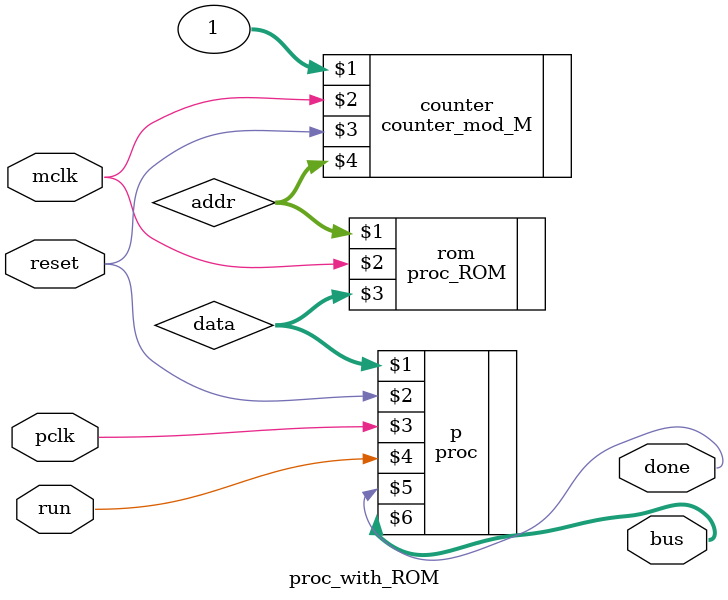
<source format=v>
module proc_with_ROM(
	input reset, mclk, pclk, run,
	output done,
	output [8:0] bus);
	
	wire [4:0] addr;
	wire [8:0] data;
	counter_mod_M #(32) counter(1, mclk, reset, addr);
	proc_ROM rom(addr, mclk, data);
	
	proc p(data, reset, pclk, run, done, bus);
	
endmodule

</source>
